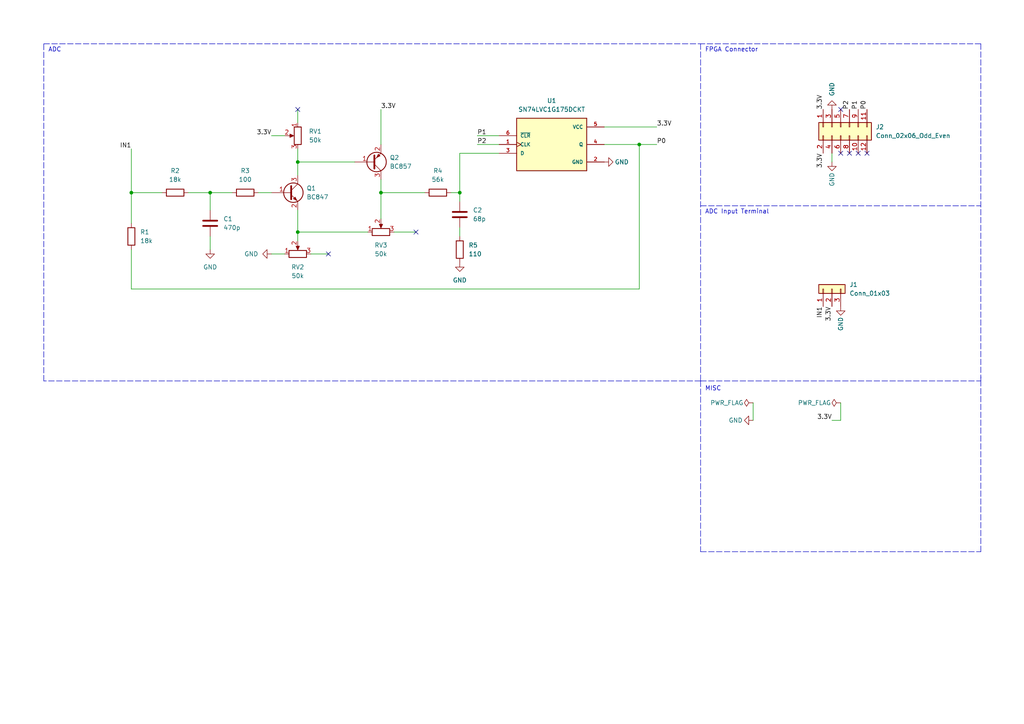
<source format=kicad_sch>
(kicad_sch (version 20211123) (generator eeschema)
  (paper "A4")
  (lib_symbols
    (symbol "Connector_Generic:Conn_01x03" (pin_names (offset 1.016) hide)
      (property "Reference" "J" (at 0 5.08 0))
      (property "Value" "Conn_01x03" (at 0 -5.08 0))
      (symbol "Conn_01x03_1_1"
        (rectangle (start -1.27 -2.413) (end 0 -2.667) (stroke (width 0.1524)))
        (rectangle (start -1.27 0.127) (end 0 -0.127) (stroke (width 0.1524)))
        (rectangle (start -1.27 2.667) (end 0 2.413) (stroke (width 0.1524)))
        (rectangle (start -1.27 3.81) (end 1.27 -3.81) (stroke (width 0.254)) (fill (type background)))
        (pin passive line (at -5.08 2.54 0) (length 3.81) (name "Pin_1") (number "1"))
        (pin passive line (at -5.08 0 0) (length 3.81) (name "Pin_2") (number "2"))
        (pin passive line (at -5.08 -2.54 0) (length 3.81) (name "Pin_3") (number "3"))
      )
    )
    (symbol "Connector_Generic:Conn_02x06_Odd_Even" (pin_names (offset 1.016) hide)
      (property "Reference" "J" (at 1.27 7.62 0))
      (property "Value" "Conn_02x06_Odd_Even" (at 1.27 -10.16 0))
      (symbol "Conn_02x06_Odd_Even_1_1"
        (rectangle (start -1.27 -7.493) (end 0 -7.747) (stroke (width 0.1524)))
        (rectangle (start -1.27 -4.953) (end 0 -5.207) (stroke (width 0.1524)))
        (rectangle (start -1.27 -2.413) (end 0 -2.667) (stroke (width 0.1524)))
        (rectangle (start -1.27 0.127) (end 0 -0.127) (stroke (width 0.1524)))
        (rectangle (start -1.27 2.667) (end 0 2.413) (stroke (width 0.1524)))
        (rectangle (start -1.27 5.207) (end 0 4.953) (stroke (width 0.1524)))
        (rectangle (start -1.27 6.35) (end 3.81 -8.89) (stroke (width 0.254)) (fill (type background)))
        (rectangle (start 3.81 -7.493) (end 2.54 -7.747) (stroke (width 0.1524)))
        (rectangle (start 3.81 -4.953) (end 2.54 -5.207) (stroke (width 0.1524)))
        (rectangle (start 3.81 -2.413) (end 2.54 -2.667) (stroke (width 0.1524)))
        (rectangle (start 3.81 0.127) (end 2.54 -0.127) (stroke (width 0.1524)))
        (rectangle (start 3.81 2.667) (end 2.54 2.413) (stroke (width 0.1524)))
        (rectangle (start 3.81 5.207) (end 2.54 4.953) (stroke (width 0.1524)))
        (pin passive line (at -5.08 5.08 0) (length 3.81) (name "Pin_1") (number "1"))
        (pin passive line (at 7.62 -5.08 180) (length 3.81) (name "Pin_10") (number "10"))
        (pin passive line (at -5.08 -7.62 0) (length 3.81) (name "Pin_11") (number "11"))
        (pin passive line (at 7.62 -7.62 180) (length 3.81) (name "Pin_12") (number "12"))
        (pin passive line (at 7.62 5.08 180) (length 3.81) (name "Pin_2") (number "2"))
        (pin passive line (at -5.08 2.54 0) (length 3.81) (name "Pin_3") (number "3"))
        (pin passive line (at 7.62 2.54 180) (length 3.81) (name "Pin_4") (number "4"))
        (pin passive line (at -5.08 0 0) (length 3.81) (name "Pin_5") (number "5"))
        (pin passive line (at 7.62 0 180) (length 3.81) (name "Pin_6") (number "6"))
        (pin passive line (at -5.08 -2.54 0) (length 3.81) (name "Pin_7") (number "7"))
        (pin passive line (at 7.62 -2.54 180) (length 3.81) (name "Pin_8") (number "8"))
        (pin passive line (at -5.08 -5.08 0) (length 3.81) (name "Pin_9") (number "9"))
      )
    )
    (symbol "Device:C" (pin_numbers hide) (pin_names (offset 0.254))
      (property "Reference" "C" (at 0.635 2.54 0))
      (property "Value" "C" (at 0.635 -2.54 0))
      (symbol "C_0_1"
        (polyline (pts (xy -2.032 -0.762) (xy 2.032 -0.762)) (stroke (width 0.508)))
        (polyline (pts (xy -2.032 0.762) (xy 2.032 0.762)) (stroke (width 0.508)))
      )
      (symbol "C_1_1"
        (pin passive line (at 0 3.81 270) (length 2.794) (name "~") (number "1"))
        (pin passive line (at 0 -3.81 90) (length 2.794) (name "~") (number "2"))
      )
    )
    (symbol "Device:R" (pin_numbers hide) (pin_names (offset 0))
      (property "Reference" "R" (at 2.032 0 90))
      (property "Value" "R" (at 0 0 90))
      (symbol "R_0_1"
        (rectangle (start -1.016 -2.54) (end 1.016 2.54) (stroke (width 0.254)))
      )
      (symbol "R_1_1"
        (pin passive line (at 0 3.81 270) (length 1.27) (name "~") (number "1"))
        (pin passive line (at 0 -3.81 90) (length 1.27) (name "~") (number "2"))
      )
    )
    (symbol "Device:R_Potentiometer" (pin_names (offset 1.016) hide)
      (property "Reference" "RV" (at -4.445 0 90))
      (property "Value" "R_Potentiometer" (at -2.54 0 90))
      (symbol "R_Potentiometer_0_1"
        (polyline (pts (xy 2.54 0) (xy 1.524 0)))
        (polyline (pts (xy 1.143 0) (xy 2.286 0.508) (xy 2.286 -0.508) (xy 1.143 0)) (fill (type outline)))
        (rectangle (start 1.016 2.54) (end -1.016 -2.54) (stroke (width 0.254)))
      )
      (symbol "R_Potentiometer_1_1"
        (pin passive line (at 0 3.81 270) (length 1.27) (name "1") (number "1"))
        (pin passive line (at 3.81 0 180) (length 1.27) (name "2") (number "2"))
        (pin passive line (at 0 -3.81 90) (length 1.27) (name "3") (number "3"))
      )
    )
    (symbol "SN74LVC1G175DCKT:SN74LVC1G175DCKT" (pin_names (offset 1.016))
      (property "Reference" "U" (at -10.16 8.89 0))
      (property "Value" "SN74LVC1G175DCKT" (at -10.16 -10.16 0))
      (symbol "SN74LVC1G175DCKT_0_0"
        (rectangle (start -10.16 -7.62) (end 10.16 7.62) (stroke (width 0.254)) (fill (type background)))
        (pin input clock (at -15.24 0 0) (length 5.08) (name "CLK") (number "1"))
        (pin power_in line (at 15.24 -5.08 180) (length 5.08) (name "GND") (number "2"))
        (pin input line (at -15.24 -2.54 0) (length 5.08) (name "D") (number "3"))
        (pin output line (at 15.24 0 180) (length 5.08) (name "Q") (number "4"))
        (pin power_in line (at 15.24 5.08 180) (length 5.08) (name "VCC") (number "5"))
        (pin input line (at -15.24 2.54 0) (length 5.08) (name "~{CLR}") (number "6"))
      )
    )
    (symbol "Transistor_BJT:BC847" (pin_names (offset 0) hide)
      (property "Reference" "Q" (at 5.08 1.905 0))
      (property "Value" "BC847" (at 5.08 0 0))
      (symbol "BC847_0_1"
        (polyline (pts (xy 0.635 0.635) (xy 2.54 2.54)))
        (polyline (pts (xy 0.635 -0.635) (xy 2.54 -2.54) (xy 2.54 -2.54)))
        (polyline (pts (xy 0.635 1.905) (xy 0.635 -1.905) (xy 0.635 -1.905)) (stroke (width 0.508)))
        (polyline (pts (xy 1.27 -1.778) (xy 1.778 -1.27) (xy 2.286 -2.286) (xy 1.27 -1.778) (xy 1.27 -1.778)) (fill (type outline)))
        (circle (center 1.27 0) (radius 2.8194) (stroke (width 0.254)))
      )
      (symbol "BC847_1_1"
        (pin input line (at -5.08 0 0) (length 5.715) (name "B") (number "1"))
        (pin passive line (at 2.54 -5.08 90) (length 2.54) (name "E") (number "2"))
        (pin passive line (at 2.54 5.08 270) (length 2.54) (name "C") (number "3"))
      )
    )
    (symbol "Transistor_BJT:BC857" (pin_names (offset 0) hide)
      (property "Reference" "Q" (at 5.08 1.905 0))
      (property "Value" "BC857" (at 5.08 0 0))
      (symbol "BC857_0_1"
        (polyline (pts (xy 0.635 0.635) (xy 2.54 2.54)))
        (polyline (pts (xy 0.635 -0.635) (xy 2.54 -2.54) (xy 2.54 -2.54)))
        (polyline (pts (xy 0.635 1.905) (xy 0.635 -1.905) (xy 0.635 -1.905)) (stroke (width 0.508)))
        (polyline (pts (xy 2.286 -1.778) (xy 1.778 -2.286) (xy 1.27 -1.27) (xy 2.286 -1.778) (xy 2.286 -1.778)) (fill (type outline)))
        (circle (center 1.27 0) (radius 2.8194) (stroke (width 0.254)))
      )
      (symbol "BC857_1_1"
        (pin input line (at -5.08 0 0) (length 5.715) (name "B") (number "1"))
        (pin passive line (at 2.54 -5.08 90) (length 2.54) (name "E") (number "2"))
        (pin passive line (at 2.54 5.08 270) (length 2.54) (name "C") (number "3"))
      )
    )
    (symbol "power:GND" (power) (pin_names (offset 0))
      (property "Value" "GND" (at 0 -3.81 0))
      (symbol "GND_0_1"
        (polyline (pts (xy 0 0) (xy 0 -1.27) (xy 1.27 -1.27) (xy 0 -2.54) (xy -1.27 -1.27) (xy 0 -1.27)))
      )
      (symbol "GND_1_1"
        (pin power_in line (at 0 0 270) (length 0) hide (name "GND") (number "1"))
      )
    )
    (symbol "power:PWR_FLAG" (power) (pin_numbers hide) (pin_names (offset 0) hide)
      (property "Value" "PWR_FLAG" (at 0 3.81 0))
      (symbol "PWR_FLAG_0_0"
        (pin power_out line (at 0 0 90) (length 0) (name "pwr") (number "1"))
      )
      (symbol "PWR_FLAG_0_1"
        (polyline (pts (xy 0 0) (xy 0 1.27) (xy -1.016 1.905) (xy 0 2.54) (xy 1.016 1.905) (xy 0 1.27)))
      )
    )
  )
  (junction (at 110.49 55.88))
  (junction (at 86.36 46.99))
  (junction (at 185.42 41.91))
  (junction (at 60.96 55.88))
  (junction (at 133.35 55.88))
  (junction (at 86.36 67.31))
  (junction (at 38.1 55.88))
  (no_connect (at 86.36 31.75))
  (no_connect (at 246.38 44.45))
  (no_connect (at 251.46 44.45))
  (no_connect (at 120.65 67.31))
  (no_connect (at 95.25 73.66))
  (no_connect (at 248.92 44.45))
  (no_connect (at 243.84 44.45))
  (no_connect (at 243.84 31.75))
  (wire (pts (xy 78.74 73.66) (xy 82.55 73.66)))
  (wire (pts (xy 74.93 55.88) (xy 78.74 55.88)))
  (wire (pts (xy 110.49 52.07) (xy 110.49 55.88)))
  (wire (pts (xy 38.1 64.77) (xy 38.1 55.88)))
  (wire (pts (xy 133.35 58.42) (xy 133.35 55.88)))
  (wire (pts (xy 60.96 68.58) (xy 60.96 72.39)))
  (polyline (pts (xy 203.2 110.49) (xy 203.2 160.02)))
  (wire (pts (xy 243.84 121.92) (xy 243.84 116.84)))
  (wire (pts (xy 110.49 55.88) (xy 123.19 55.88)))
  (wire (pts (xy 86.36 46.99) (xy 86.36 50.8)))
  (wire (pts (xy 95.25 73.66) (xy 90.17 73.66)))
  (polyline (pts (xy 203.2 160.02) (xy 284.48 160.02)))
  (wire (pts (xy 60.96 55.88) (xy 60.96 60.96)))
  (wire (pts (xy 38.1 55.88) (xy 46.99 55.88)))
  (wire (pts (xy 133.35 66.04) (xy 133.35 68.58)))
  (wire (pts (xy 133.35 55.88) (xy 133.35 44.45)))
  (wire (pts (xy 120.65 67.31) (xy 114.3 67.31)))
  (wire (pts (xy 86.36 46.99) (xy 102.87 46.99)))
  (wire (pts (xy 78.74 39.37) (xy 82.55 39.37)))
  (wire (pts (xy 133.35 44.45) (xy 144.78 44.45)))
  (wire (pts (xy 110.49 31.75) (xy 110.49 41.91)))
  (wire (pts (xy 86.36 60.96) (xy 86.36 67.31)))
  (polyline (pts (xy 12.7 110.49) (xy 12.7 12.7)))
  (wire (pts (xy 110.49 63.5) (xy 110.49 55.88)))
  (polyline (pts (xy 203.2 110.49) (xy 284.48 110.49)))
  (wire (pts (xy 190.5 36.83) (xy 175.26 36.83)))
  (wire (pts (xy 38.1 83.82) (xy 38.1 72.39)))
  (wire (pts (xy 185.42 41.91) (xy 185.42 83.82)))
  (wire (pts (xy 54.61 55.88) (xy 60.96 55.88)))
  (wire (pts (xy 138.43 41.91) (xy 144.78 41.91)))
  (polyline (pts (xy 284.48 12.7) (xy 203.2 12.7)))
  (wire (pts (xy 86.36 43.18) (xy 86.36 46.99)))
  (wire (pts (xy 86.36 31.75) (xy 86.36 35.56)))
  (wire (pts (xy 133.35 55.88) (xy 130.81 55.88)))
  (wire (pts (xy 185.42 41.91) (xy 190.5 41.91)))
  (wire (pts (xy 175.26 41.91) (xy 185.42 41.91)))
  (polyline (pts (xy 284.48 12.7) (xy 284.48 110.49)))
  (wire (pts (xy 38.1 83.82) (xy 185.42 83.82)))
  (wire (pts (xy 86.36 67.31) (xy 86.36 69.85)))
  (polyline (pts (xy 203.2 110.49) (xy 12.7 110.49)))
  (wire (pts (xy 86.36 67.31) (xy 106.68 67.31)))
  (wire (pts (xy 38.1 43.18) (xy 38.1 55.88)))
  (polyline (pts (xy 203.2 59.69) (xy 284.48 59.69)))
  (wire (pts (xy 218.44 116.84) (xy 218.44 121.92)))
  (wire (pts (xy 241.3 121.92) (xy 243.84 121.92)))
  (polyline (pts (xy 284.48 160.02) (xy 284.48 109.22)))
  (polyline (pts (xy 12.7 12.7) (xy 203.2 12.7)))
  (wire (pts (xy 241.3 46.99) (xy 241.3 44.45)))
  (wire (pts (xy 138.43 39.37) (xy 144.78 39.37)))
  (wire (pts (xy 67.31 55.88) (xy 60.96 55.88)))
  (polyline (pts (xy 203.2 12.7) (xy 203.2 110.49)))
  (text "MISC\n\n" (at 204.47 115.57 0) (effects (font (size 1.27 1.27)) (justify left bottom)))
  (text "ADC" (at 13.97 15.24 0) (effects (font (size 1.27 1.27)) (justify left bottom)))
  (text "ADC Input Terminal" (at 204.47 62.23 0) (effects (font (size 1.27 1.27)) (justify left bottom)))
  (text "FPGA Connector" (at 204.47 15.24 0) (effects (font (size 1.27 1.27)) (justify left bottom)))
  (label "P0" (at 251.46 31.75 90))
  (label "P1" (at 248.92 31.75 90))
  (label "3.3V" (at 241.3 121.92 180))
  (label "P2" (at 246.38 31.75 90))
  (label "3.3V" (at 238.76 44.45 270))
  (label "P2" (at 138.43 41.91 0))
  (label "3.3V" (at 190.5 36.83 0))
  (label "P1" (at 138.43 39.37 0))
  (label "IN1" (at 238.76 88.9 270))
  (label "3.3V" (at 238.76 31.75 90))
  (label "3.3V" (at 110.49 31.75 0))
  (label "IN1" (at 38.1 43.18 180))
  (label "P0" (at 190.5 41.91 0))
  (label "3.3V" (at 78.74 39.37 180))
  (label "3.3V" (at 241.3 88.9 270))
  (symbol (lib_id "power:GND") (at 243.84 88.9 0) (unit 1)
    (property "Reference" "#PWR07" (effects hide))
    (property "Value" "GND" (at 243.84 93.98 90))
  )
  (symbol (lib_id "Connector_Generic:Conn_01x03") (at 241.3 83.82 90) (unit 1)
    (property "Reference" "J1" (at 246.38 82.5499 90) (effects (justify right)))
    (property "Value" "Conn_01x03" (at 246.38 85.0899 90) (effects (justify right)))
    (property "Footprint" "PinHeader_1x03_P1.00mm_Vertical" (effects hide))
  )
  (symbol (lib_id "Device:R") (at 133.35 72.39 0) (unit 1)
    (property "Reference" "R5" (at 135.89 71.1199 0) (effects (justify left)))
    (property "Value" "110" (at 135.89 73.6599 0) (effects (justify left)))
    (property "Footprint" "Resistor_THT:R_Axial_DIN0207_L6.3mm_D2.5mm_P10.16mm_Horizontal" (effects hide))
  )
  (symbol (lib_id "power:PWR_FLAG") (at 243.84 116.84 90) (unit 1)
    (property "Reference" "#FLG0102" (effects hide))
    (property "Value" "PWR_FLAG" (at 236.22 116.84 90))
  )
  (symbol (lib_id "Device:R") (at 50.8 55.88 270) (unit 1)
    (property "Reference" "R2" (at 50.8 49.53 90))
    (property "Value" "18k" (at 50.8 52.07 90))
    (property "Footprint" "Resistor_THT:R_Axial_DIN0207_L6.3mm_D2.5mm_P10.16mm_Horizontal" (effects hide))
  )
  (symbol (lib_id "power:GND") (at 78.74 73.66 270) (unit 1)
    (property "Reference" "#PWR02" (effects hide))
    (property "Value" "GND" (at 74.93 73.6599 90) (effects (justify right)))
  )
  (symbol (lib_id "Device:R") (at 71.12 55.88 270) (unit 1)
    (property "Reference" "R3" (at 71.12 49.53 90))
    (property "Value" "100" (at 71.12 52.07 90))
    (property "Footprint" "Resistor_THT:R_Axial_DIN0207_L6.3mm_D2.5mm_P10.16mm_Horizontal" (effects hide))
  )
  (symbol (lib_id "SN74LVC1G175DCKT:SN74LVC1G175DCKT") (at 160.02 41.91 0) (unit 1)
    (property "Reference" "U1" (at 160.02 29.21 0))
    (property "Value" "SN74LVC1G175DCKT" (at 160.02 31.75 0))
    (property "Footprint" "SOT65P210X110-6N" (effects hide))
    (property "STANDARD" "IPC 7351B" (effects hide))
    (property "MANUFACTURER" "Texas Instruments" (effects hide))
    (property "PARTREV" "G" (effects hide))
    (property "MAXIMUM_PACKAGE_HEIGHT" "1.10 mm" (effects hide))
  )
  (symbol (lib_id "Device:R_Potentiometer") (at 86.36 39.37 0) (mirror y) (unit 1)
    (property "Reference" "RV1" (at 91.44 38.1 0))
    (property "Value" "50k" (at 91.44 40.64 0))
    (property "Footprint" "Potentiometer_THT:Potentiometer_ACP_CA9-V10_Vertical_Hole" (effects hide))
  )
  (symbol (lib_id "power:GND") (at 241.3 31.75 180) (unit 1)
    (property "Reference" "#PWR05" (effects hide))
    (property "Value" "GND" (at 241.3 27.94 90) (effects (justify right)))
  )
  (symbol (lib_id "Connector_Generic:Conn_02x06_Odd_Even") (at 243.84 36.83 90) (mirror x) (unit 1)
    (property "Reference" "J2" (at 254 36.8299 90) (effects (justify right)))
    (property "Value" "Conn_02x06_Odd_Even" (at 254 39.3699 90) (effects (justify right)))
    (property "Footprint" "PinHeader_2x06_P1.00mm_Horizontal" (effects hide))
  )
  (symbol (lib_id "Transistor_BJT:BC857") (at 107.95 46.99 0) (mirror x) (unit 1)
    (property "Reference" "Q2" (at 113.03 45.7199 0) (effects (justify left)))
    (property "Value" "BC857" (at 113.03 48.2599 0) (effects (justify left)))
    (property "Footprint" "Package_TO_SOT_SMD:SOT-23" (effects hide))
    (property "Datasheet" "https://www.onsemi.com/pub/Collateral/BC860-D.pdf" (effects hide))
  )
  (symbol (lib_id "power:GND") (at 175.26 46.99 90) (unit 1)
    (property "Reference" "#PWR04" (effects hide))
    (property "Value" "GND" (at 180.34 46.99 90))
  )
  (symbol (lib_id "Device:R") (at 127 55.88 270) (unit 1)
    (property "Reference" "R4" (at 127 49.53 90))
    (property "Value" "56k" (at 127 52.07 90))
    (property "Footprint" "Resistor_THT:R_Axial_DIN0207_L6.3mm_D2.5mm_P10.16mm_Horizontal" (effects hide))
  )
  (symbol (lib_id "power:GND") (at 241.3 46.99 0) (unit 1)
    (property "Reference" "#PWR06" (effects hide))
    (property "Value" "GND" (at 241.3 52.07 90))
  )
  (symbol (lib_id "Transistor_BJT:BC847") (at 83.82 55.88 0) (unit 1)
    (property "Reference" "Q1" (at 88.9 54.6099 0) (effects (justify left)))
    (property "Value" "BC847" (at 88.9 57.1499 0) (effects (justify left)))
    (property "Footprint" "Package_TO_SOT_SMD:SOT-23" (effects hide))
    (property "Datasheet" "http://www.infineon.com/dgdl/Infineon-BC847SERIES_BC848SERIES_BC849SERIES_BC850SERIES-DS-v01_01-en.pdf?fileId=db3a304314dca389011541d4630a1657" (effects hide))
  )
  (symbol (lib_id "Device:R") (at 38.1 68.58 0) (unit 1)
    (property "Reference" "R1" (at 40.64 67.3099 0) (effects (justify left)))
    (property "Value" "18k" (at 40.64 69.8499 0) (effects (justify left)))
    (property "Footprint" "Resistor_THT:R_Axial_DIN0207_L6.3mm_D2.5mm_P10.16mm_Horizontal" (effects hide))
  )
  (symbol (lib_id "Device:C") (at 60.96 64.77 0) (unit 1)
    (property "Reference" "C1" (at 64.77 63.4999 0) (effects (justify left)))
    (property "Value" "470p" (at 64.77 66.0399 0) (effects (justify left)))
    (property "Footprint" "Resistor_THT:R_Axial_DIN0207_L6.3mm_D2.5mm_P10.16mm_Horizontal" (effects hide))
  )
  (symbol (lib_id "power:GND") (at 60.96 72.39 0) (unit 1)
    (property "Reference" "#PWR01" (effects hide))
    (property "Value" "GND" (at 60.96 77.47 0))
  )
  (symbol (lib_id "Device:R_Potentiometer") (at 110.49 67.31 90) (unit 1)
    (property "Reference" "RV3" (at 110.49 71.12 90))
    (property "Value" "50k" (at 110.49 73.66 90))
    (property "Footprint" "Potentiometer_THT:Potentiometer_ACP_CA9-V10_Vertical_Hole" (effects hide))
  )
  (symbol (lib_id "Device:C") (at 133.35 62.23 0) (unit 1)
    (property "Reference" "C2" (at 137.16 60.9599 0) (effects (justify left)))
    (property "Value" "68p" (at 137.16 63.4999 0) (effects (justify left)))
    (property "Footprint" "Resistor_THT:R_Axial_DIN0207_L6.3mm_D2.5mm_P10.16mm_Horizontal" (effects hide))
  )
  (symbol (lib_id "power:GND") (at 133.35 76.2 0) (unit 1)
    (property "Reference" "#PWR03" (effects hide))
    (property "Value" "GND" (at 133.35 81.28 0))
  )
  (symbol (lib_id "power:GND") (at 218.44 121.92 270) (unit 1)
    (property "Reference" "#PWR0101" (effects hide))
    (property "Value" "GND" (at 213.36 121.92 90))
  )
  (symbol (lib_id "power:PWR_FLAG") (at 218.44 116.84 90) (unit 1)
    (property "Reference" "#FLG0101" (effects hide))
    (property "Value" "PWR_FLAG" (at 210.82 116.84 90))
  )
  (symbol (lib_id "Device:R_Potentiometer") (at 86.36 73.66 90) (unit 1)
    (property "Reference" "RV2" (at 86.36 77.47 90))
    (property "Value" "50k" (at 86.36 80.01 90))
    (property "Footprint" "Potentiometer_THT:Potentiometer_ACP_CA9-V10_Vertical_Hole" (effects hide))
  )
)
</source>
